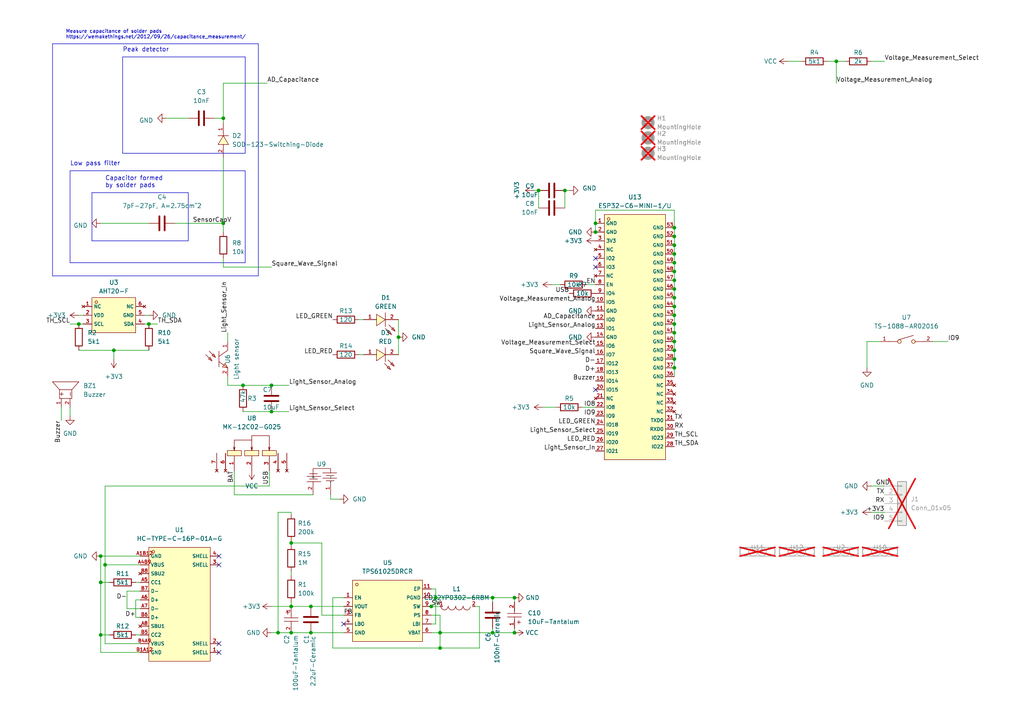
<source format=kicad_sch>
(kicad_sch (version 20230121) (generator eeschema)
  (paper "A4")
  (title_block (title "ES-Plant") (date "2023-05-12") (rev "1.0"))
  (lib_symbols
    (symbol "Connector_Generic:Conn_01x05" (pin_names (offset 1.016) hide)
      (property "Reference" "J" (at 0 7.62 0))
      (property "Value" "Conn_01x05" (at 0 -7.62 0))
      (symbol "Conn_01x05_1_1"
        (rectangle (start -1.27 -4.953) (end 0 -5.207) (stroke (width 0.1524)))
        (rectangle (start -1.27 -2.413) (end 0 -2.667) (stroke (width 0.1524)))
        (rectangle (start -1.27 0.127) (end 0 -0.127) (stroke (width 0.1524)))
        (rectangle (start -1.27 2.667) (end 0 2.413) (stroke (width 0.1524)))
        (rectangle (start -1.27 5.207) (end 0 4.953) (stroke (width 0.1524)))
        (rectangle (start -1.27 6.35) (end 1.27 -6.35) (stroke (width 0.254)) (fill (type background)))
        (pin passive line (at -5.08 5.08 0) (length 3.81) (name "Pin_1") (number "1"))
        (pin passive line (at -5.08 2.54 0) (length 3.81) (name "Pin_2") (number "2"))
        (pin passive line (at -5.08 0 0) (length 3.81) (name "Pin_3") (number "3"))
        (pin passive line (at -5.08 -2.54 0) (length 3.81) (name "Pin_4") (number "4"))
        (pin passive line (at -5.08 -5.08 0) (length 3.81) (name "Pin_5") (number "5"))
      )
    )
    (symbol "Custom_Parts:AAA_Battery-Spring"
      (property "Reference" "U" (at 0 0 0))
      (symbol "AAA_Battery-Spring_0_1"
        (polyline (pts (xy 0 0.254) (xy 0 4.318)))
        (polyline (pts (xy 0.254 -1.27) (xy 0.254 -3.556)))
        (polyline (pts (xy 0.762 1.27) (xy 0.762 3.556)))
        (polyline (pts (xy 1.016 -0.254) (xy 1.016 -4.318)))
        (polyline (pts (xy 1.524 0.254) (xy 1.524 4.318)))
        (polyline (pts (xy 1.778 -1.27) (xy 1.778 -3.556)))
        (polyline (pts (xy 2.286 1.27) (xy 2.286 3.556)))
        (polyline (pts (xy 2.54 -0.254) (xy 2.54 -4.318)))
        (polyline (pts (xy 2.54 -2.54) (xy 3.81 -2.54) (xy 3.81 2.54) (xy 1.27 2.54)))
      )
      (symbol "AAA_Battery-Spring_1_1"
        (pin power_out line (at -3.81 -2.54 0) (length 3.81) (name "-") (number "1"))
        (pin power_out line (at -3.81 2.54 0) (length 3.81) (name "+") (number "2"))
      )
    )
    (symbol "Custom_Parts:AHT20-F"
      (property "Reference" "U" (at 0 1.27 0))
      (property "Value" "AHT20-F" (at 0 -2.54 0))
      (symbol "AHT20-F_0_1"
        (rectangle (start -6.35 5.08) (end 6.35 -5.08) (fill (type background)))
        (circle (center -5.08 3.81) (radius 0.381) (fill (type background)))
        (pin no_connect line (at -8.89 2.54 0) (length 2.54) (name "NC") (number "1"))
        (pin power_in line (at -8.89 0 0) (length 2.54) (name "VDD") (number "2"))
        (pin bidirectional line (at -8.89 -2.54 0) (length 2.54) (name "SCL") (number "3"))
        (pin bidirectional line (at 8.89 -2.54 180) (length 2.54) (name "SDA") (number "4"))
        (pin power_in line (at 8.89 0 180) (length 2.54) (name "GND") (number "5"))
        (pin no_connect line (at 8.89 2.54 180) (length 2.54) (name "NC") (number "6"))
      )
    )
    (symbol "Custom_Parts:ALS-PT19-315C_Light_Sensor" (pin_names hide)
      (property "Reference" "U" (at 0 1.27 0))
      (property "Value" "ALS-PT19-315C_Light_Sensor" (at 0 -2.54 0))
      (symbol "ALS-PT19-315C_Light_Sensor_0_1"
        (polyline (pts (xy -5.08 1.27) (xy -3.302 -0.508)))
        (polyline (pts (xy -4.064 2.286) (xy -2.286 0.508)))
        (polyline (pts (xy -1.27 -0.762) (xy 1.27 -2.54)))
        (polyline (pts (xy -1.27 2.286) (xy -1.27 -2.286)))
        (polyline (pts (xy 1.27 2.54) (xy -1.27 0.762)))
        (polyline (pts (xy -3.302 -0.508) (xy -3.81 0.508) (xy -4.318 0) (xy -3.302 -0.508)) (fill (type background)))
        (polyline (pts (xy -2.286 0.508) (xy -2.794 1.524) (xy -3.302 1.016) (xy -2.286 0.508)) (fill (type background)))
        (polyline (pts (xy 1.27 -2.54) (xy 0.508 -1.27) (xy -0.254 -2.286) (xy 1.27 -2.54)) (fill (type background)))
      )
      (symbol "ALS-PT19-315C_Light_Sensor_1_1"
        (pin passive line (at 1.27 5.08 270) (length 2.54) (name "C") (number "1"))
        (pin passive line (at 1.27 -5.08 90) (length 2.54) (name "E") (number "2"))
      )
    )
    (symbol "Custom_Parts:Buzzer" (pin_names hide)
      (property "Reference" "B" (at 0 1.27 0))
      (property "Value" "Buzzer" (at 0 -2.54 0))
      (symbol "Buzzer_0_1"
        (polyline (pts (xy -1.27 -1.778) (xy 1.27 -1.778)))
        (polyline (pts (xy -1.27 1.778) (xy -1.27 -1.778)))
        (polyline (pts (xy -1.27 1.778) (xy 1.27 1.778)))
        (polyline (pts (xy 1.27 -1.778) (xy 3.556 -3.81)))
        (polyline (pts (xy 1.27 1.778) (xy 1.27 -1.778)))
        (polyline (pts (xy 3.556 3.81) (xy 1.27 1.778)))
        (polyline (pts (xy 3.556 3.81) (xy 3.556 -3.81)))
        (pin input line (at -3.81 1.27 0) (length 2.54) (name "+") (number "1"))
        (pin power_in line (at -3.81 -1.27 0) (length 2.54) (name "2") (number "2"))
      )
      (symbol "Buzzer_1_1"
        (text "+" (at 0 1.27 0) (effects (font (size 1.27 1.27))))
        (text "-" (at 0 -1.27 0) (effects (font (size 1.27 1.27))))
      )
    )
    (symbol "Custom_Parts:CD32YP0302-6R8M" (pin_names hide)
      (property "Reference" "L" (at 0 1.27 0))
      (property "Value" "CD32YP0302-6R8M" (at 0 -2.54 0))
      (symbol "CD32YP0302-6R8M_0_1"
        (arc (start -4.8191 0.1177) (mid -3.9277 -1.0091) (end -2.8008 -0.1178))
        (arc (start -2.6644 0.117) (mid -1.773 -1.0097) (end -0.6461 -0.1184))
        (arc (start -0.5138 0.117) (mid 0.3776 -1.0097) (end 1.5045 -0.1184))
        (arc (start 1.679 0.1176) (mid 2.5704 -1.0092) (end 3.6973 -0.1179))
        (pin passive line (at -5.08 0 0) (length 0.762) (name "1") (number "1"))
        (pin passive line (at 5.08 0 180) (length 0.762) (name "2") (number "2"))
      )
    )
    (symbol "Custom_Parts:ESP32-C6-MINI-1-N4"
      (property "Reference" "U" (at 0 1.27 0))
      (property "Value" "ESP32-C6-MINI-1-N4" (at 0 -2.54 0))
      (symbol "ESP32-C6-MINI-1-N4_0_1"
        (rectangle (start -8.89 35.5601) (end 8.89 -35.5601) (fill (type background)))
        (circle (center -7.62 34.2901) (radius 0.381) (fill (type background)))
        (pin bidirectional line (at -11.43 10.16 0) (length 2.54) (name "IO5") (number "10"))
        (pin power_in line (at -11.43 7.62 0) (length 2.54) (name "GND") (number "11"))
        (pin bidirectional line (at -11.43 5.08 0) (length 2.54) (name "IO0") (number "12"))
        (pin bidirectional line (at -11.43 2.54 0) (length 2.54) (name "IO1") (number "13"))
        (pin power_in line (at -11.43 0 0) (length 2.54) (name "GND") (number "14"))
        (pin bidirectional line (at -11.43 -2.54 0) (length 2.54) (name "IO6") (number "15"))
        (pin bidirectional line (at -11.43 -5.08 0) (length 2.54) (name "IO7") (number "16"))
        (pin bidirectional line (at -11.43 -7.62 0) (length 2.54) (name "IO12") (number "17"))
        (pin bidirectional line (at -11.43 -10.16 0) (length 2.54) (name "IO13") (number "18"))
        (pin bidirectional line (at -11.43 -12.7 0) (length 2.54) (name "IO14") (number "19"))
        (pin bidirectional line (at -11.43 -15.24 0) (length 2.54) (name "IO15") (number "20"))
        (pin no_connect line (at -11.43 -17.78 0) (length 2.54) (name "NC") (number "21"))
        (pin bidirectional line (at -11.43 -20.32 0) (length 2.54) (name "IO8") (number "22"))
        (pin bidirectional line (at -11.43 -22.86 0) (length 2.54) (name "IO9") (number "23"))
        (pin bidirectional line (at -11.43 -25.4 0) (length 2.54) (name "IO18") (number "24"))
        (pin bidirectional line (at -11.43 -27.94 0) (length 2.54) (name "IO19") (number "25"))
        (pin bidirectional line (at -11.43 -30.48 0) (length 2.54) (name "IO20") (number "26"))
        (pin bidirectional line (at -11.43 -33.02 0) (length 2.54) (name "IO21") (number "27"))
        (pin bidirectional line (at 11.43 -31.75 180) (length 2.54) (name "IO22") (number "28"))
        (pin bidirectional line (at 11.43 -29.21 180) (length 2.54) (name "IO23") (number "29"))
        (pin bidirectional line (at 11.43 -26.67 180) (length 2.54) (name "RXD0") (number "30"))
        (pin bidirectional line (at 11.43 -24.13 180) (length 2.54) (name "TXD0") (number "31"))
        (pin no_connect line (at 11.43 -21.59 180) (length 2.54) (name "NC") (number "32"))
        (pin no_connect line (at 11.43 -19.05 180) (length 2.54) (name "NC") (number "33"))
        (pin no_connect line (at 11.43 -16.51 180) (length 2.54) (name "NC") (number "34"))
        (pin no_connect line (at 11.43 -13.97 180) (length 2.54) (name "NC") (number "35"))
        (pin power_in line (at 11.43 -11.43 180) (length 2.54) (name "GND") (number "36"))
        (pin power_in line (at 11.43 -8.89 180) (length 2.54) (name "GND") (number "37"))
        (pin power_in line (at 11.43 -6.35 180) (length 2.54) (name "GND") (number "38"))
        (pin power_in line (at 11.43 -3.81 180) (length 2.54) (name "GND") (number "39"))
        (pin power_in line (at 11.43 -1.27 180) (length 2.54) (name "GND") (number "40"))
        (pin power_in line (at 11.43 1.27 180) (length 2.54) (name "GND") (number "41"))
        (pin power_in line (at 11.43 3.81 180) (length 2.54) (name "GND") (number "42"))
        (pin power_in line (at 11.43 6.35 180) (length 2.54) (name "GND") (number "43"))
        (pin power_in line (at 11.43 8.89 180) (length 2.54) (name "GND") (number "44"))
        (pin power_in line (at 11.43 11.43 180) (length 2.54) (name "GND") (number "45"))
        (pin power_in line (at 11.43 13.97 180) (length 2.54) (name "GND") (number "46"))
        (pin power_in line (at 11.43 16.51 180) (length 2.54) (name "GND") (number "47"))
        (pin power_in line (at 11.43 19.05 180) (length 2.54) (name "GND") (number "48"))
        (pin power_in line (at 11.43 21.59 180) (length 2.54) (name "GND") (number "49"))
        (pin bidirectional line (at -11.43 22.86 0) (length 2.54) (name "IO2") (number "5"))
        (pin power_in line (at 11.43 24.13 180) (length 2.54) (name "GND") (number "50"))
        (pin power_in line (at 11.43 26.67 180) (length 2.54) (name "GND") (number "51"))
        (pin power_in line (at 11.43 29.21 180) (length 2.54) (name "GND") (number "52"))
        (pin power_in line (at 11.43 31.75 180) (length 2.54) (name "GND") (number "53"))
        (pin bidirectional line (at -11.43 20.32 0) (length 2.54) (name "IO3") (number "6"))
        (pin no_connect line (at -11.43 17.78 0) (length 2.54) (name "NC") (number "7"))
        (pin input line (at -11.43 15.24 0) (length 2.54) (name "EN") (number "8"))
        (pin bidirectional line (at -11.43 12.7 0) (length 2.54) (name "IO4") (number "9"))
      )
      (symbol "ESP32-C6-MINI-1-N4_1_1"
        (pin power_in line (at -11.43 33.02 0) (length 2.54) (name "GND") (number "1"))
        (pin power_in line (at -11.43 30.48 0) (length 2.54) (name "GND") (number "2"))
        (pin power_in line (at -11.43 27.94 0) (length 2.54) (name "3V3") (number "3"))
        (pin no_connect line (at -11.43 25.4 0) (length 2.54) (name "NC") (number "4"))
      )
    )
    (symbol "Custom_Parts:HC-TYPE-C-16P-01A-G"
      (property "Reference" "U" (at 0 1.27 0))
      (property "Value" "HC-TYPE-C-16P-01A-G" (at 0 -2.54 0))
      (symbol "HC-TYPE-C-16P-01A-G_0_1"
        (rectangle (start -10.16 17.78) (end 7.62 -15.24) (fill (type background)))
        (circle (center -8.89 16.51) (radius 0.381) (fill (type background)))
        (pin passive line (at 10.16 -12.7 180) (length 2.54) (name "SHELL") (number "1"))
        (pin passive line (at 10.16 -10.16 180) (length 2.54) (name "SHELL") (number "2"))
        (pin passive line (at 10.16 12.7 180) (length 2.54) (name "SHELL") (number "3"))
        (pin passive line (at 10.16 15.24 180) (length 2.54) (name "SHELL") (number "4"))
        (pin power_out line (at -12.7 15.24 0) (length 2.54) (name "GND") (number "A1B12"))
        (pin power_out line (at -12.7 12.7 0) (length 2.54) (name "VBUS") (number "A4B9"))
        (pin passive line (at -12.7 7.62 0) (length 2.54) (name "CC1") (number "A5"))
        (pin bidirectional line (at -12.7 2.54 0) (length 2.54) (name "D+") (number "A6"))
        (pin bidirectional line (at -12.7 0 0) (length 2.54) (name "D-") (number "A7"))
        (pin no_connect line (at -12.7 -5.08 0) (length 2.54) (name "SBU1") (number "A8"))
        (pin power_in line (at -12.7 -12.7 0) (length 2.54) (name "GND") (number "B1A12"))
        (pin power_in line (at -12.7 -10.16 0) (length 2.54) (name "VBUS") (number "B4A9"))
        (pin passive line (at -12.7 -7.62 0) (length 2.54) (name "CC2") (number "B5"))
        (pin bidirectional line (at -12.7 -2.54 0) (length 2.54) (name "D+") (number "B6"))
        (pin bidirectional line (at -12.7 5.08 0) (length 2.54) (name "D-") (number "B7"))
        (pin no_connect line (at -12.7 10.16 0) (length 2.54) (name "SBU2") (number "B8"))
      )
    )
    (symbol "Custom_Parts:Led_Green" (pin_names hide)
      (property "Reference" "LED" (at 0 1.27 0))
      (property "Value" "Led_Green" (at 0 -2.54 0))
      (symbol "Led_Green_0_1"
        (polyline (pts (xy -2.286 1.524) (xy -4.064 3.302)))
        (polyline (pts (xy -1.27 2.032) (xy -1.27 -2.032)))
        (polyline (pts (xy -1.27 2.54) (xy -3.048 4.318)))
        (polyline (pts (xy -4.064 3.302) (xy -3.048 2.794) (xy -3.556 2.286) (xy -4.064 3.302)) (fill (type background)))
        (polyline (pts (xy -3.048 4.318) (xy -2.032 3.81) (xy -2.54 3.302) (xy -3.048 4.318)) (fill (type background)))
        (polyline (pts (xy 1.27 -1.524) (xy -1.27 0) (xy 1.27 1.778) (xy 1.27 -1.524)) (fill (type background)))
      )
      (symbol "Led_Green_1_1"
        (pin passive line (at 5.08 0 180) (length 3.81) (name "A") (number "1"))
        (pin passive line (at -5.08 0 0) (length 3.81) (name "K") (number "2"))
      )
    )
    (symbol "Custom_Parts:Led_Red" (pin_names hide)
      (property "Reference" "LED" (at 0 1.27 0))
      (property "Value" "Led_Red" (at 0 -2.54 0))
      (symbol "Led_Red_0_1"
        (polyline (pts (xy -2.032 1.524) (xy -3.81 3.302)))
        (polyline (pts (xy -1.27 2.032) (xy -1.27 -2.032)))
        (polyline (pts (xy -1.016 2.54) (xy -2.794 4.318)))
        (polyline (pts (xy -3.81 3.302) (xy -2.794 2.794) (xy -3.302 2.286) (xy -3.81 3.302)) (fill (type background)))
        (polyline (pts (xy -2.794 4.318) (xy -1.778 3.81) (xy -2.286 3.302) (xy -2.794 4.318)) (fill (type background)))
        (polyline (pts (xy 1.27 -1.524) (xy -1.27 0) (xy 1.27 1.778) (xy 1.27 -1.524)) (fill (type background)))
        (pin passive line (at 5.08 0 180) (length 3.81) (name "+") (number "1"))
        (pin passive line (at -5.08 0 0) (length 3.81) (name "-") (number "2"))
      )
    )
    (symbol "Custom_Parts:MK-12C02-G025" (pin_names hide)
      (property "Reference" "U" (at 0 1.27 0))
      (property "Value" "MK-12C02-G025" (at 0 -2.54 0))
      (symbol "MK-12C02-G025_0_1"
        (rectangle (start -7.112 0.762) (end -3.048 -0.762) (fill (type background)))
        (rectangle (start -2.032 0.762) (end 2.032 -0.762) (fill (type background)))
        (polyline (pts (xy -5.08 0.762) (xy -5.334 1.778)))
        (polyline (pts (xy 0 0.762) (xy -0.254 1.778)))
        (polyline (pts (xy 5.08 0.762) (xy 4.826 1.778)))
        (polyline (pts (xy 5.08 0.762) (xy 5.334 1.778)))
        (polyline (pts (xy 0 3.81) (xy -5.08 3.81) (xy -5.08 0.762) (xy -4.826 1.778)))
        (polyline (pts (xy 5.08 0.762) (xy 5.08 5.08) (xy 0 5.08) (xy 0 0.762) (xy 0.254 1.778)))
        (rectangle (start 3.048 0.762) (end 7.112 -0.762) (fill (type background)))
        (pin no_connect line (at 7.62 -5.08 90) (length 5.08) (name "4") (number "4"))
        (pin no_connect line (at 10.16 -5.08 90) (length 5.08) (name "5") (number "5"))
        (pin no_connect line (at -7.62 -5.08 90) (length 5.08) (name "6") (number "6"))
        (pin no_connect line (at -10.16 -5.08 90) (length 5.08) (name "7") (number "7"))
      )
      (symbol "MK-12C02-G025_1_1"
        (pin power_in line (at -5.08 -5.08 90) (length 4.318) (name "1") (number "1"))
        (pin power_out line (at 0 -5.08 90) (length 4.318) (name "2") (number "2"))
        (pin power_in line (at 5.08 -5.08 90) (length 4.318) (name "3") (number "3"))
      )
    )
    (symbol "Custom_Parts:MouseBite5mm"
      (property "Reference" "U" (at 0 0 0))
      (symbol "MouseBite5mm_0_1"
        (rectangle (start -5.08 1.27) (end 5.08 -1.27))
        (circle (center -3.81 0) (radius 1.27))
        (circle (center -1.27 0) (radius 1.27))
        (circle (center 1.27 0) (radius 1.27))
        (circle (center 3.81 0) (radius 1.27))
      )
    )
    (symbol "Custom_Parts:SOD-123-Switching-Diode" (pin_names hide)
      (property "Reference" "U" (at 0 1.27 0))
      (property "Value" "SOD-123-Switching-Diode" (at 0 -2.54 0))
      (symbol "SOD-123-Switching-Diode_0_1"
        (polyline (pts (xy -1.27 -1.524) (xy -1.27 1.524)))
        (polyline (pts (xy 1.27 1.524) (xy -1.27 0) (xy 1.27 -1.524) (xy 1.27 1.524)) (fill (type background)))
      )
      (symbol "SOD-123-Switching-Diode_1_1"
        (pin passive line (at -5.08 0 0) (length 3.81) (name "K") (number "1"))
        (pin passive line (at 5.08 0 180) (length 3.81) (name "A") (number "2"))
      )
    )
    (symbol "Custom_Parts:TAJA106K016RNJ" (pin_names hide)
      (property "Reference" "C" (at 0 1.27 0))
      (property "Value" "TAJA106K016RNJ" (at 0 -2.54 0))
      (symbol "TAJA106K016RNJ_0_1"
        (polyline (pts (xy -0.508 -2.032) (xy -0.508 2.032)))
        (polyline (pts (xy -0.508 0) (xy -1.27 0)))
        (polyline (pts (xy 0.508 -2.032) (xy 0.508 2.032)))
        (polyline (pts (xy 1.27 0) (xy 0.508 0)))
        (polyline (pts (xy 1.524 1.27) (xy 2.54 1.27)))
        (polyline (pts (xy 2.032 1.778) (xy 2.032 0.762)))
        (pin input line (at 3.81 0 180) (length 2.54) (name "1") (number "1"))
        (pin input line (at -3.81 0 0) (length 2.54) (name "2") (number "2"))
      )
    )
    (symbol "Custom_Parts:TAJB107K006RNJ" (pin_names hide)
      (property "Reference" "C" (at 0 1.27 0))
      (property "Value" "TAJB107K006RNJ" (at 0 -2.54 0))
      (symbol "TAJB107K006RNJ_0_1"
        (polyline (pts (xy -0.508 0) (xy -1.27 0)))
        (polyline (pts (xy -0.508 2.032) (xy -0.508 -2.032)))
        (polyline (pts (xy 0.508 2.032) (xy 0.508 -2.032)))
        (polyline (pts (xy 1.27 0) (xy 0.508 0)))
        (polyline (pts (xy 2.032 1.524) (xy 2.032 0.508)))
        (polyline (pts (xy 2.54 1.016) (xy 1.524 1.016)))
        (pin input line (at 3.81 0 180) (length 2.54) (name "1") (number "1"))
        (pin input line (at -3.81 0 0) (length 2.54) (name "2") (number "2"))
      )
    )
    (symbol "Custom_Parts:TPS61025DRCR"
      (property "Reference" "U" (at 0 1.27 0))
      (property "Value" "TPS61025DRCR" (at 0 -2.54 0))
      (symbol "TPS61025DRCR_0_1"
        (rectangle (start -10.16 7.62) (end 10.16 -10.16) (fill (type background)))
        (circle (center -8.89 6.35) (radius 0.381) (fill (type background)))
        (pin input line (at -12.7 2.54 0) (length 2.54) (name "EN") (number "1"))
        (pin power_in line (at 12.7 2.54 180) (length 2.54) (name "PGND") (number "10"))
        (pin passive line (at 12.7 5.08 180) (length 2.54) (name "EP") (number "11"))
        (pin power_out line (at -12.7 0 0) (length 2.54) (name "VOUT") (number "2"))
        (pin passive line (at -12.7 -2.54 0) (length 2.54) (name "FB") (number "3"))
        (pin passive line (at -12.7 -5.08 0) (length 2.54) (name "LBO") (number "4"))
        (pin power_in line (at -12.7 -7.62 0) (length 2.54) (name "GND") (number "5"))
        (pin power_in line (at 12.7 -7.62 180) (length 2.54) (name "VBAT") (number "6"))
        (pin passive line (at 12.7 -5.08 180) (length 2.54) (name "LBI") (number "7"))
        (pin input line (at 12.7 -2.54 180) (length 2.54) (name "PS") (number "8"))
        (pin input line (at 12.7 0 180) (length 2.54) (name "SW") (number "9"))
      )
    )
    (symbol "Custom_Parts:TS-1088-AR02016" (pin_names hide)
      (property "Reference" "U" (at 0 1.27 0))
      (property "Value" "TS-1088-AR02016" (at 0 -2.54 0))
      (symbol "TS-1088-AR02016_0_1"
        (circle (center -2.032 0) (radius 0.508) (fill (type background)))
        (polyline (pts (xy -5.08 0) (xy -2.54 0)))
        (polyline (pts (xy -2.286 0.508) (xy 2.032 1.778)))
        (polyline (pts (xy 5.08 0) (xy 2.54 0)))
        (circle (center 2.032 0) (radius 0.508) (fill (type background)))
        (pin passive line (at -7.62 0 0) (length 2.54) (name "1") (number "1"))
        (pin passive line (at 7.62 0 180) (length 2.54) (name "2") (number "2"))
      )
    )
    (symbol "Device:C" (pin_numbers hide) (pin_names (offset 0.254))
      (property "Reference" "C" (at 0.635 2.54 0))
      (property "Value" "C" (at 0.635 -2.54 0))
      (symbol "C_0_1"
        (polyline (pts (xy -2.032 -0.762) (xy 2.032 -0.762)) (stroke (width 0.508)))
        (polyline (pts (xy -2.032 0.762) (xy 2.032 0.762)) (stroke (width 0.508)))
      )
      (symbol "C_1_1"
        (pin passive line (at 0 3.81 270) (length 2.794) (name "~") (number "1"))
        (pin passive line (at 0 -3.81 90) (length 2.794) (name "~") (number "2"))
      )
    )
    (symbol "Device:R" (pin_numbers hide) (pin_names (offset 0))
      (property "Reference" "R" (at 2.032 0 90))
      (property "Value" "R" (at 0 0 90))
      (symbol "R_0_1"
        (rectangle (start -1.016 -2.54) (end 1.016 2.54) (stroke (width 0.254)))
      )
      (symbol "R_1_1"
        (pin passive line (at 0 3.81 270) (length 1.27) (name "~") (number "1"))
        (pin passive line (at 0 -3.81 90) (length 1.27) (name "~") (number "2"))
      )
    )
    (symbol "Mechanical:MountingHole" (pin_names (offset 1.016))
      (property "Reference" "H" (at 0 5.08 0))
      (property "Value" "MountingHole" (at 0 3.175 0))
      (symbol "MountingHole_0_1"
        (circle (center 0 0) (radius 1.27) (stroke (width 1.27)))
      )
    )
    (symbol "power:+3V3" (power) (pin_names (offset 0))
      (property "Value" "+3V3" (at 0 3.556 0))
      (symbol "+3V3_0_1"
        (polyline (pts (xy -0.762 1.27) (xy 0 2.54)))
        (polyline (pts (xy 0 0) (xy 0 2.54)))
        (polyline (pts (xy 0 2.54) (xy 0.762 1.27)))
      )
      (symbol "+3V3_1_1"
        (pin power_in line (at 0 0 90) (length 0) hide (name "+3V3") (number "1"))
      )
    )
    (symbol "power:GND" (power) (pin_names (offset 0))
      (property "Value" "GND" (at 0 -3.81 0))
      (symbol "GND_0_1"
        (polyline (pts (xy 0 0) (xy 0 -1.27) (xy 1.27 -1.27) (xy 0 -2.54) (xy -1.27 -1.27) (xy 0 -1.27)))
      )
      (symbol "GND_1_1"
        (pin power_in line (at 0 0 270) (length 0) hide (name "GND") (number "1"))
      )
    )
    (symbol "power:VCC" (power) (pin_names (offset 0))
      (property "Value" "VCC" (at 0 3.81 0))
      (symbol "VCC_0_1"
        (polyline (pts (xy -0.762 1.27) (xy 0 2.54)))
        (polyline (pts (xy 0 0) (xy 0 2.54)))
        (polyline (pts (xy 0 2.54) (xy 0.762 1.27)))
      )
      (symbol "VCC_1_1"
        (pin power_in line (at 0 0 90) (length 0) hide (name "VCC") (number "1"))
      )
    )
  )
  (junction (at 195.58 81.28))
  (junction (at 195.58 101.6))
  (junction (at 195.58 83.82))
  (junction (at 149.225 183.515))
  (junction (at 242.57 17.78))
  (junction (at 115.57 97.79))
  (junction (at 126.365 173.355))
  (junction (at 142.875 173.355))
  (junction (at 90.17 183.515))
  (junction (at 195.58 93.98))
  (junction (at 33.02 101.6))
  (junction (at 195.58 68.58))
  (junction (at 78.74 111.76))
  (junction (at 163.83 55.245))
  (junction (at 195.58 91.44))
  (junction (at 125.095 175.895))
  (junction (at 78.74 119.38))
  (junction (at 195.58 71.12))
  (junction (at 195.58 86.36))
  (junction (at 142.875 183.515))
  (junction (at 43.18 93.98))
  (junction (at 30.48 163.83))
  (junction (at 195.58 88.9))
  (junction (at 195.58 66.04))
  (junction (at 195.58 78.74))
  (junction (at 195.58 73.66))
  (junction (at 195.58 96.52))
  (junction (at 84.455 183.515))
  (junction (at 90.17 175.895))
  (junction (at 195.58 106.68))
  (junction (at 84.455 175.895))
  (junction (at 156.21 55.245))
  (junction (at 84.455 157.48))
  (junction (at 80.645 183.515))
  (junction (at 195.58 104.14))
  (junction (at 22.86 93.98))
  (junction (at 64.77 64.77))
  (junction (at 29.21 184.15))
  (junction (at 127.635 187.96))
  (junction (at 172.72 64.77))
  (junction (at 29.21 168.91))
  (junction (at 172.72 67.31))
  (junction (at 64.77 34.29))
  (junction (at 195.58 76.2))
  (junction (at 195.58 99.06))
  (junction (at 149.225 173.355))
  (junction (at 70.485 111.76))
  (junction (at 29.21 161.29))
  (junction (at 127.635 183.515))
  (no_connect (at 63.5 163.83))
  (no_connect (at 63.5 161.29))
  (no_connect (at 99.695 180.975))
  (no_connect (at 63.5 186.69))
  (no_connect (at 63.5 189.23))
  (no_connect (at 172.72 77.47))
  (no_connect (at 172.72 74.93))
  (no_connect (at 172.72 113.03))
  (wire (pts (xy 29.21 184.15) (xy 29.21 189.23)))
  (wire (pts (xy 137.795 175.895) (xy 139.065 175.895)))
  (wire (pts (xy 126.365 170.815) (xy 126.365 173.355)))
  (wire (pts (xy 66.04 109.22) (xy 66.04 111.76)))
  (wire (pts (xy 104.14 92.71) (xy 105.41 92.71)))
  (wire (pts (xy 195.58 96.52) (xy 195.58 99.06)))
  (wire (pts (xy 30.48 186.69) (xy 40.64 186.69)))
  (polyline (pts (xy 20.32 76.2) (xy 71.12 76.2)))
  (polyline (pts (xy 26.67 55.88) (xy 26.67 69.85)))
  (wire (pts (xy 162.56 82.55) (xy 160.02 82.55)))
  (wire (pts (xy 29.21 168.91) (xy 29.21 184.15)))
  (wire (pts (xy 195.58 91.44) (xy 195.58 93.98)))
  (wire (pts (xy 195.58 60.96) (xy 195.58 66.04)))
  (wire (pts (xy 84.455 165.735) (xy 84.455 167.005)))
  (polyline (pts (xy 54.61 69.85) (xy 54.61 55.88)))
  (wire (pts (xy 195.58 99.06) (xy 195.58 101.6)))
  (wire (pts (xy 195.58 78.74) (xy 195.58 81.28)))
  (wire (pts (xy 240.03 17.78) (xy 242.57 17.78)))
  (wire (pts (xy 228.6 17.78) (xy 232.41 17.78)))
  (wire (pts (xy 33.02 101.6) (xy 43.18 101.6)))
  (wire (pts (xy 172.72 64.77) (xy 172.72 60.96)))
  (wire (pts (xy 78.74 119.38) (xy 83.82 119.38)))
  (wire (pts (xy 125.095 173.355) (xy 126.365 173.355)))
  (wire (pts (xy 104.14 102.87) (xy 105.41 102.87)))
  (wire (pts (xy 195.58 68.58) (xy 195.58 71.12)))
  (polyline (pts (xy 15.24 12.7) (xy 74.93 12.7)))
  (wire (pts (xy 48.26 34.29) (xy 54.61 34.29)))
  (wire (pts (xy 22.86 93.98) (xy 24.13 93.98)))
  (wire (pts (xy 96.52 173.355) (xy 96.52 187.96)))
  (wire (pts (xy 195.58 106.68) (xy 195.58 109.22)))
  (wire (pts (xy 43.18 93.98) (xy 41.91 93.98)))
  (wire (pts (xy 142.875 182.245) (xy 142.875 183.515)))
  (wire (pts (xy 64.77 74.93) (xy 64.77 77.47)))
  (wire (pts (xy 40.64 171.45) (xy 36.83 171.45)))
  (wire (pts (xy 29.21 184.15) (xy 31.75 184.15)))
  (wire (pts (xy 40.64 163.83) (xy 30.48 163.83)))
  (wire (pts (xy 50.8 64.77) (xy 64.77 64.77)))
  (wire (pts (xy 67.945 143.51) (xy 67.945 136.525)))
  (wire (pts (xy 22.86 91.44) (xy 24.13 91.44)))
  (wire (pts (xy 84.455 149.225) (xy 84.455 148.59)))
  (wire (pts (xy 70.485 111.76) (xy 78.74 111.76)))
  (wire (pts (xy 29.21 161.29) (xy 29.21 168.91)))
  (wire (pts (xy 64.77 24.13) (xy 77.47 24.13)))
  (wire (pts (xy 30.48 140.97) (xy 78.105 140.97)))
  (wire (pts (xy 66.04 111.76) (xy 70.485 111.76)))
  (wire (pts (xy 78.74 183.515) (xy 80.645 183.515)))
  (wire (pts (xy 67.945 143.51) (xy 90.805 143.51)))
  (wire (pts (xy 252.73 140.97) (xy 256.54 140.97)))
  (wire (pts (xy 163.83 55.245) (xy 163.83 60.325)))
  (wire (pts (xy 195.58 86.36) (xy 195.58 88.9)))
  (wire (pts (xy 99.695 178.435) (xy 93.345 178.435)))
  (wire (pts (xy 195.58 71.12) (xy 195.58 73.66)))
  (wire (pts (xy 195.58 83.82) (xy 195.58 86.36)))
  (polyline (pts (xy 15.24 80.01) (xy 74.93 80.01)))
  (wire (pts (xy 39.37 173.99) (xy 40.64 173.99)))
  (wire (pts (xy 90.17 183.515) (xy 99.695 183.515)))
  (wire (pts (xy 39.37 184.15) (xy 40.64 184.15)))
  (wire (pts (xy 95.885 144.78) (xy 95.885 143.51)))
  (wire (pts (xy 84.455 175.895) (xy 90.17 175.895)))
  (wire (pts (xy 39.37 168.91) (xy 40.64 168.91)))
  (wire (pts (xy 251.46 99.06) (xy 251.46 106.68)))
  (wire (pts (xy 78.74 175.895) (xy 84.455 175.895)))
  (wire (pts (xy 195.58 88.9) (xy 195.58 91.44)))
  (wire (pts (xy 41.91 91.44) (xy 43.18 91.44)))
  (wire (pts (xy 36.83 176.53) (xy 40.64 176.53)))
  (wire (pts (xy 172.72 64.77) (xy 172.72 67.31)))
  (wire (pts (xy 78.105 136.525) (xy 78.105 140.97)))
  (wire (pts (xy 195.58 93.98) (xy 195.58 96.52)))
  (wire (pts (xy 84.455 157.48) (xy 93.345 157.48)))
  (wire (pts (xy 149.225 183.515) (xy 149.225 182.245)))
  (wire (pts (xy 17.78 118.11) (xy 17.78 121.92)))
  (wire (pts (xy 124.46 175.895) (xy 125.095 175.895)))
  (wire (pts (xy 252.73 17.78) (xy 256.54 17.78)))
  (wire (pts (xy 95.885 144.78) (xy 98.425 144.78)))
  (wire (pts (xy 84.455 183.515) (xy 90.17 183.515)))
  (wire (pts (xy 139.065 175.895) (xy 139.065 187.96)))
  (wire (pts (xy 99.695 173.355) (xy 96.52 173.355)))
  (wire (pts (xy 115.57 97.79) (xy 115.57 102.87)))
  (wire (pts (xy 29.21 64.77) (xy 43.18 64.77)))
  (wire (pts (xy 242.57 17.78) (xy 242.57 24.13)))
  (wire (pts (xy 20.32 118.11) (xy 20.32 120.65)))
  (polyline (pts (xy 20.32 49.53) (xy 71.12 49.53)))
  (wire (pts (xy 165.1 55.245) (xy 163.83 55.245)))
  (wire (pts (xy 252.73 148.59) (xy 256.54 148.59)))
  (wire (pts (xy 195.58 81.28) (xy 195.58 83.82)))
  (wire (pts (xy 64.77 77.47) (xy 78.74 77.47)))
  (wire (pts (xy 29.21 168.91) (xy 31.75 168.91)))
  (wire (pts (xy 84.455 157.48) (xy 84.455 158.115)))
  (wire (pts (xy 29.21 189.23) (xy 40.64 189.23)))
  (wire (pts (xy 127.635 187.96) (xy 127.635 183.515)))
  (polyline (pts (xy 15.24 80.01) (xy 15.24 12.7)))
  (wire (pts (xy 64.77 24.13) (xy 64.77 34.29)))
  (wire (pts (xy 195.58 66.04) (xy 195.58 68.58)))
  (wire (pts (xy 96.52 187.96) (xy 127.635 187.96)))
  (wire (pts (xy 172.72 118.11) (xy 168.91 118.11)))
  (wire (pts (xy 90.17 175.895) (xy 99.695 175.895)))
  (wire (pts (xy 20.32 93.98) (xy 22.86 93.98)))
  (wire (pts (xy 195.58 76.2) (xy 195.58 78.74)))
  (polyline (pts (xy 26.67 55.88) (xy 54.61 55.88)))
  (wire (pts (xy 33.02 101.6) (xy 33.02 104.14)))
  (polyline (pts (xy 20.32 49.53) (xy 20.32 76.2)))
  (wire (pts (xy 40.64 161.29) (xy 29.21 161.29)))
  (wire (pts (xy 172.72 82.55) (xy 170.18 82.55)))
  (wire (pts (xy 126.365 180.975) (xy 126.365 173.355)))
  (wire (pts (xy 62.23 34.29) (xy 64.77 34.29)))
  (wire (pts (xy 84.455 174.625) (xy 84.455 175.895)))
  (polyline (pts (xy 26.67 69.85) (xy 54.61 69.85)))
  (polyline (pts (xy 35.56 44.45) (xy 71.12 44.45)))
  (polyline (pts (xy 35.56 16.51) (xy 35.56 44.45)))
  (wire (pts (xy 64.77 67.31) (xy 64.77 64.77)))
  (wire (pts (xy 93.345 178.435) (xy 93.345 157.48)))
  (wire (pts (xy 36.83 171.45) (xy 36.83 176.53)))
  (wire (pts (xy 195.58 73.66) (xy 195.58 76.2)))
  (wire (pts (xy 64.77 34.29) (xy 64.77 35.56)))
  (wire (pts (xy 115.57 92.71) (xy 115.57 97.79)))
  (wire (pts (xy 127.635 183.515) (xy 142.875 183.515)))
  (wire (pts (xy 127.635 183.515) (xy 125.095 183.515)))
  (wire (pts (xy 172.72 60.96) (xy 195.58 60.96)))
  (wire (pts (xy 149.225 173.355) (xy 149.225 174.625)))
  (wire (pts (xy 30.48 163.83) (xy 30.48 186.69)))
  (wire (pts (xy 125.095 180.975) (xy 126.365 180.975)))
  (wire (pts (xy 80.645 183.515) (xy 84.455 183.515)))
  (wire (pts (xy 84.455 156.845) (xy 84.455 157.48)))
  (wire (pts (xy 66.04 96.52) (xy 66.04 99.06)))
  (wire (pts (xy 30.48 163.83) (xy 30.48 140.97)))
  (wire (pts (xy 125.095 170.815) (xy 126.365 170.815)))
  (wire (pts (xy 78.74 111.76) (xy 83.82 111.76)))
  (wire (pts (xy 142.875 173.355) (xy 142.875 174.625)))
  (wire (pts (xy 40.64 179.07) (xy 39.37 179.07)))
  (wire (pts (xy 64.77 45.72) (xy 64.77 64.77)))
  (wire (pts (xy 84.455 148.59) (xy 80.645 148.59)))
  (wire (pts (xy 251.46 99.06) (xy 255.27 99.06)))
  (wire (pts (xy 39.37 179.07) (xy 39.37 173.99)))
  (wire (pts (xy 242.57 17.78) (xy 245.11 17.78)))
  (wire (pts (xy 161.29 118.11) (xy 157.48 118.11)))
  (wire (pts (xy 80.645 148.59) (xy 80.645 183.515)))
  (wire (pts (xy 139.065 187.96) (xy 127.635 187.96)))
  (polyline (pts (xy 71.12 16.51) (xy 35.56 16.51)))
  (wire (pts (xy 22.86 101.6) (xy 33.02 101.6)))
  (wire (pts (xy 142.875 183.515) (xy 149.225 183.515)))
  (wire (pts (xy 195.58 104.14) (xy 195.58 106.68)))
  (polyline (pts (xy 71.12 76.2) (xy 71.12 49.53)))
  (wire (pts (xy 156.21 55.245) (xy 156.21 60.325)))
  (wire (pts (xy 126.365 173.355) (xy 142.875 173.355)))
  (polyline (pts (xy 71.12 16.51) (xy 71.12 44.45)))
  (wire (pts (xy 127.635 178.435) (xy 127.635 183.515)))
  (wire (pts (xy 125.095 175.895) (xy 127.635 175.895)))
  (wire (pts (xy 45.72 93.98) (xy 43.18 93.98)))
  (polyline (pts (xy 74.93 12.7) (xy 74.93 80.01)))
  (wire (pts (xy 142.875 173.355) (xy 149.225 173.355)))
  (wire (pts (xy 195.58 101.6) (xy 195.58 104.14)))
  (wire (pts (xy 70.485 119.38) (xy 78.74 119.38)))
  (wire (pts (xy 154.94 55.245) (xy 156.21 55.245)))
  (wire (pts (xy 270.51 99.06) (xy 274.955 99.06)))
  (wire (pts (xy 125.095 178.435) (xy 127.635 178.435)))
  (text "Capacitor formed\nby solder pads" (at 30.48 54.61 0) (effects (font (size 1.27 1.27)) (justify left bottom)))
  (text "Measure capacitance of solder pads\nhttps://wemakethings.net/2012/09/26/capacitance_measurement/" (at 19.05 11.43 0) (effects (font (size 1 1)) (justify left bottom)))
  (text "Peak detector" (at 35.56 15.24 0) (effects (font (size 1.27 1.27)) (justify left bottom)))
  (text "Low pass filter" (at 20.32 48.26 0) (effects (font (size 1.27 1.27)) (justify left bottom)))
  (label "LED_RED" (at 172.72 128.27 180))
  (label "FB" (at 99.695 178.435 0))
  (label "TH_SCL" (at 20.32 93.98 180))
  (label "AD_Capacitance" (at 77.47 24.13 0))
  (label "LED_RED" (at 96.52 102.87 180))
  (label "IO9" (at 274.955 99.06 0))
  (label "USB" (at 78.105 136.525 270))
  (label "RX" (at 195.58 124.46 0))
  (label "D+" (at 39.37 179.07 180))
  (label "Buzzer" (at 172.72 110.49 180))
  (label "RX" (at 256.54 146.05 180))
  (label "D-" (at 172.72 105.41 180))
  (label "EN" (at 172.72 82.55 180))
  (label "Light_Sensor_In" (at 172.72 130.81 180))
  (label "Light_Sensor_Analog" (at 172.72 95.25 180))
  (label "+3V3" (at 256.54 148.59 180))
  (label "D-" (at 36.83 173.99 180))
  (label "TH_SCL" (at 195.58 127 0))
  (label "Square_Wave_Signal" (at 172.72 102.87 180))
  (label "IO9" (at 172.72 120.65 180))
  (label "LED_GREEN" (at 96.52 92.71 180))
  (label "SensorCapV" (at 55.88 64.77 0))
  (label "Light_Sensor_In" (at 66.04 96.52 90))
  (label "IO9" (at 256.54 151.13 180))
  (label "Voltage_Measurement_Select" (at 256.54 17.78 0))
  (label "Light_Sensor_Select" (at 172.72 125.73 180))
  (label "Light_Sensor_Select" (at 83.82 119.38 0))
  (label "D+" (at 172.72 107.95 180))
  (label "TH_SDA" (at 45.72 93.98 0))
  (label "TH_SDA" (at 195.58 129.54 0))
  (label "SW" (at 125.095 175.895 0))
  (label "AD_Capacitance" (at 172.72 92.71 180))
  (label "LED_GREEN" (at 172.72 123.19 180))
  (label "Square_Wave_Signal" (at 78.74 77.47 0))
  (label "USB" (at 165.1 85.09 180))
  (label "Voltage_Measurement_Analog" (at 242.57 24.13 0))
  (label "IO8" (at 172.72 118.11 180))
  (label "Voltage_Measurement_Select" (at 172.72 100.33 180))
  (label "Light_Sensor_Analog" (at 83.82 111.76 0))
  (label "TX" (at 256.54 143.51 180))
  (label "GND" (at 254 140.97 0))
  (label "TX" (at 195.58 121.92 0))
  (label "Buzzer" (at 17.78 121.92 270))
  (label "Voltage_Measurement_Analog" (at 172.72 87.63 180))
  (label "BAT" (at 67.945 136.525 270))
  (symbol (lib_id "Device:C") (at 90.17 179.705 180) (unit 1)
    (property "Reference" "C1" (at 88.9 185.42 90))
    (property "Value" "2.2uF-Ceramic" (at 90.805 191.77 90))
    (property "Footprint" "Capacitor_SMD:C_0402_1005Metric" (effects hide))
    (property "LCSC" "C23630" (effects hide))
    (property "MPN" "C23630" (effects hide))
  )
  (symbol (lib_id "Device:C") (at 78.74 115.57 0) (unit 1)
    (property "Reference" "C7" (at 76.2 113.03 0) (effects (justify left)))
    (property "Value" "10uF" (at 76.2 118.11 0) (effects (justify left)))
    (property "Footprint" "Capacitor_SMD:C_0402_1005Metric" (effects hide))
    (property "LCSC" "C15525" (effects hide))
    (property "MPN" "C15525" (effects hide))
  )
  (symbol (lib_id "power:GND") (at 43.18 91.44 90) (unit 1)
    (property "Reference" "#PWR016" (effects hide))
    (property "Value" "GND" (at 46.99 91.44 90) (effects (justify right)))
  )
  (symbol (lib_id "Custom_Parts:MouseBite5mm") (at 255.27 160.02 0) (unit 1) (in_bom no) (dnp yes)
    (property "Reference" "U10" (at 255.27 158.75 0))
    (property "Value" "~" (at 255.27 160.02 0))
    (property "Footprint" "CustomFootprints:MouseBites5mm" (effects hide))
    (property "MPN" "/" (effects hide))
  )
  (symbol (lib_id "power:GND") (at 251.46 106.68 0) (unit 1)
    (property "Reference" "#PWR012" (effects hide))
    (property "Value" "GND" (at 251.46 111.76 0))
  )
  (symbol (lib_id "power:GND") (at 172.72 97.79 270) (unit 1)
    (property "Reference" "#PWR06" (effects hide))
    (property "Value" "GND" (at 168.91 97.79 90) (effects (justify right)))
  )
  (symbol (lib_id "Device:C") (at 160.02 60.325 90) (unit 1)
    (property "Reference" "C8" (at 153.67 59.055 90))
    (property "Value" "10nF" (at 153.67 61.595 90))
    (property "Footprint" "Capacitor_SMD:C_0402_1005Metric" (effects hide))
    (property "LCSC" "C15195" (effects hide))
    (property "MPN" "C15195" (effects hide))
  )
  (symbol (lib_id "Device:R") (at 84.455 161.925 180) (unit 1)
    (property "Reference" "R15" (at 86.36 160.655 0) (effects (justify right)))
    (property "Value" "1M" (at 86.36 163.195 0) (effects (justify right)))
    (property "Footprint" "Resistor_SMD:R_0402_1005Metric" (effects hide))
    (property "LCSC" "C26083" (effects hide))
    (property "MPN" "C26083" (effects hide))
  )
  (symbol (lib_id "power:GND") (at 172.72 67.31 270) (unit 1)
    (property "Reference" "#PWR03" (effects hide))
    (property "Value" "GND" (at 168.91 67.31 90) (effects (justify right)))
  )
  (symbol (lib_id "power:GND") (at 48.26 34.29 270) (unit 1)
    (property "Reference" "#PWR013" (effects hide))
    (property "Value" "GND" (at 44.45 34.925 90) (effects (justify right)))
  )
  (symbol (lib_id "power:GND") (at 115.57 97.79 90) (unit 1)
    (property "Reference" "#PWR022" (effects hide))
    (property "Value" "GND" (at 119.38 97.79 90) (effects (justify right)))
  )
  (symbol (lib_id "Mechanical:MountingHole") (at 187.96 35.56 0) (unit 1) (in_bom no) (dnp yes)
    (property "Reference" "H1" (at 190.5 34.29 0) (effects (justify left)))
    (property "Value" "MountingHole" (at 190.5 36.83 0) (effects (justify left)))
    (property "Footprint" "MountingHole:MountingHole_3.2mm_M3" (effects hide))
    (property "MPN" "/" (effects hide))
  )
  (symbol (lib_id "power:+3V3") (at 33.02 104.14 180) (unit 1)
    (property "Reference" "#PWR023" (effects hide))
    (property "Value" "+3V3" (at 33.02 109.22 0))
  )
  (symbol (lib_id "Custom_Parts:TPS61025DRCR") (at 112.395 175.895 0) (unit 1)
    (property "Reference" "U5" (at 112.395 163.195 0))
    (property "Value" "TPS61025DRCR" (at 112.395 165.735 0))
    (property "Footprint" "CustomFootprints:VSON-10_L3.0-W3.0-P0.50-BL-EP_TPS62410DRCR" (effects hide))
    (property "Datasheet" "https://item.szlcsc.com/55588.html" (effects hide))
    (property "LCSC" "C71369" (effects hide))
    (property "MPN" "C71369" (effects hide))
  )
  (symbol (lib_id "power:GND") (at 252.73 140.97 270) (unit 1)
    (property "Reference" "#PWR01" (effects hide))
    (property "Value" "GND" (at 248.92 140.97 90) (effects (justify right)))
  )
  (symbol (lib_id "Custom_Parts:MouseBite5mm") (at 243.84 160.02 0) (unit 1) (in_bom no) (dnp yes)
    (property "Reference" "U2" (at 243.84 158.75 0))
    (property "Value" "~" (at 243.84 160.02 0))
    (property "Footprint" "CustomFootprints:MouseBites5mm" (effects hide))
    (property "MPN" "/" (effects hide))
  )
  (symbol (lib_id "Custom_Parts:Led_Green") (at 110.49 92.71 180) (unit 1)
    (property "Reference" "D1" (at 111.887 86.36 0))
    (property "Value" "GREEN" (at 111.887 88.9 0))
    (property "Footprint" "CustomFootprints:LED0805-R-RD" (effects hide))
    (property "Datasheet" "https://item.szlcsc.com/88042.html" (effects hide))
    (property "LCSC" "C2297" (effects hide))
    (property "MPN" "C2297" (effects hide))
  )
  (symbol (lib_id "power:+3V3") (at 22.86 91.44 90) (unit 1)
    (property "Reference" "#PWR015" (effects hide))
    (property "Value" "+3V3" (at 19.05 91.44 90) (effects (justify left)))
  )
  (symbol (lib_id "Custom_Parts:TS-1088-AR02016") (at 262.89 99.06 0) (unit 1)
    (property "Reference" "U7" (at 262.89 92.075 0))
    (property "Value" "TS-1088-AR02016" (at 262.89 94.615 0))
    (property "Footprint" "CustomFootprints:SW-SMD_L3.9-W3.0-P4.45" (effects hide))
    (property "Datasheet" "https://item.szlcsc.com/457636.html" (effects hide))
    (property "LCSC" "C720477" (effects hide))
    (property "MPN" "C720477" (effects hide))
  )
  (symbol (lib_id "power:GND") (at 29.21 161.29 270) (unit 1)
    (property "Reference" "#PWR024" (effects hide))
    (property "Value" "GND" (at 25.4 161.29 90) (effects (justify right)))
  )
  (symbol (lib_id "Device:R") (at 236.22 17.78 90) (unit 1)
    (property "Reference" "R4" (at 236.22 15.24 90))
    (property "Value" "5k1" (at 236.22 17.78 90))
    (property "Footprint" "Resistor_SMD:R_0402_1005Metric" (effects hide))
    (property "LCSC" "C25905" (effects hide))
    (property "MPN" "C25905" (effects hide))
  )
  (symbol (lib_id "power:GND") (at 29.21 64.77 270) (unit 1)
    (property "Reference" "#PWR014" (effects hide))
    (property "Value" "GND" (at 25.4 65.405 90) (effects (justify right)))
  )
  (symbol (lib_id "Device:R") (at 248.92 17.78 90) (unit 1)
    (property "Reference" "R6" (at 248.92 15.24 90))
    (property "Value" "2k" (at 248.92 17.78 90))
    (property "Footprint" "Resistor_SMD:R_0402_1005Metric" (effects hide))
    (property "LCSC" "C4109" (effects hide))
    (property "MPN" "C4109" (effects hide))
  )
  (symbol (lib_id "Mechanical:MountingHole") (at 187.96 44.45 0) (unit 1) (in_bom no) (dnp yes)
    (property "Reference" "H3" (at 190.5 43.18 0) (effects (justify left)))
    (property "Value" "MountingHole" (at 190.5 45.72 0) (effects (justify left)))
    (property "Footprint" "MountingHole:MountingHole_3.2mm_M3" (effects hide))
    (property "MPN" "/" (effects hide))
  )
  (symbol (lib_id "Mechanical:MountingHole") (at 187.96 40.005 0) (unit 1) (in_bom no) (dnp yes)
    (property "Reference" "H2" (at 190.5 38.735 0) (effects (justify left)))
    (property "Value" "MountingHole" (at 190.5 41.275 0) (effects (justify left)))
    (property "Footprint" "MountingHole:MountingHole_3.2mm_M3" (effects hide))
    (property "MPN" "/" (effects hide))
  )
  (symbol (lib_id "Device:C") (at 160.02 55.245 90) (unit 1)
    (property "Reference" "C9" (at 153.67 53.975 90))
    (property "Value" "10uF" (at 153.67 56.515 90))
    (property "Footprint" "Capacitor_SMD:C_0402_1005Metric" (effects hide))
    (property "LCSC" "C15525" (effects hide))
    (property "MPN" "C15525" (effects hide))
  )
  (symbol (lib_id "Device:R") (at 35.56 184.15 90) (unit 1)
    (property "Reference" "R12" (at 35.56 181.61 90))
    (property "Value" "5k1" (at 35.56 184.15 90))
    (property "Footprint" "Resistor_SMD:R_0402_1005Metric" (effects hide))
    (property "LCSC" "C25905" (effects hide))
    (property "MPN" "C25905" (effects hide))
  )
  (symbol (lib_id "Custom_Parts:ALS-PT19-315C_Light_Sensor") (at 64.77 104.14 0) (unit 1)
    (property "Reference" "U6" (at 66.04 104.14 90))
    (property "Value" "Light sensor" (at 68.58 104.14 90))
    (property "Footprint" "CustomFootprints:SENSORS-SMD_ALS-PT19" (effects hide))
    (property "Datasheet" "https://item.szlcsc.com/157565.html" (effects hide))
    (property "LCSC" "C146233" (effects hide))
    (property "MPN" "C146233" (effects hide))
  )
  (symbol (lib_id "Device:C") (at 142.875 178.435 180) (unit 1)
    (property "Reference" "C6" (at 141.605 184.785 90))
    (property "Value" "100nF-Ceramic" (at 144.145 184.785 90))
    (property "Footprint" "Capacitor_SMD:C_0402_1005Metric" (effects hide))
    (property "LCSC" "C1525" (effects hide))
    (property "MPN" "C1525" (effects hide))
  )
  (symbol (lib_id "Custom_Parts:CD32YP0302-6R8M") (at 132.715 175.895 0) (unit 1)
    (property "Reference" "L1" (at 132.461 170.815 0))
    (property "Value" "CD32YP0302-6R8M" (at 132.461 173.355 0))
    (property "Footprint" "CustomFootprints:IND-SMD_L3.5-W3.0" (effects hide))
    (property "Datasheet" "https://item.szlcsc.com/392683.html" (effects hide))
    (property "LCSC" "C492260" (effects hide))
    (property "MPN" "C492260" (effects hide))
  )
  (symbol (lib_id "Custom_Parts:TAJB107K006RNJ") (at 84.455 179.705 90) (unit 1)
    (property "Reference" "C2" (at 83.185 184.15 0) (effects (justify right)))
    (property "Value" "100uF-Tantalum" (at 85.725 184.15 0) (effects (justify right)))
    (property "Footprint" "CustomFootprints:CASE-B_3528" (effects hide))
    (property "Datasheet" "https://img.jlc.com/pdf/applyPasteComponent/2021-05-29/507681S/b3196547ade04cd291a1b09ea1ee2ece/C7199_22UF.PDF" (effects hide))
    (property "LCSC" "C16133" (effects hide))
    (property "MPN" "C16133" (effects hide))
  )
  (symbol (lib_id "power:GND") (at 98.425 144.78 90) (unit 1)
    (property "Reference" "#PWR07" (effects hide))
    (property "Value" "GND" (at 102.235 144.78 90) (effects (justify right)))
  )
  (symbol (lib_id "Device:R") (at 43.18 97.79 0) (unit 1)
    (property "Reference" "R10" (at 45.72 96.52 0) (effects (justify left)))
    (property "Value" "5k1" (at 45.72 99.06 0) (effects (justify left)))
    (property "Footprint" "Resistor_SMD:R_0402_1005Metric" (effects hide))
    (property "LCSC" "C25905" (effects hide))
    (property "MPN" "C25905" (effects hide))
  )
  (symbol (lib_id "power:+3V3") (at 154.94 55.245 90) (unit 1)
    (property "Reference" "#PWR020" (effects hide))
    (property "Value" "+3V3" (at 149.86 55.245 0))
  )
  (symbol (lib_id "power:+3V3") (at 78.74 175.895 90) (unit 1)
    (property "Reference" "#PWR026" (effects hide))
    (property "Value" "+3V3" (at 75.565 175.895 90) (effects (justify left)))
  )
  (symbol (lib_id "power:+3V3") (at 160.02 82.55 90) (unit 1)
    (property "Reference" "#PWR011" (effects hide))
    (property "Value" "+3V3" (at 156.21 82.55 90) (effects (justify left)))
  )
  (symbol (lib_id "Custom_Parts:MouseBite5mm") (at 219.71 160.02 0) (unit 1) (in_bom no) (dnp yes)
    (property "Reference" "U11" (at 219.71 158.75 0))
    (property "Value" "~" (at 219.71 160.02 0))
    (property "Footprint" "CustomFootprints:MouseBites5mm" (effects hide))
    (property "MPN" "/" (effects hide))
  )
  (symbol (lib_id "Device:R") (at 166.37 82.55 90) (unit 1)
    (property "Reference" "R9" (at 166.37 80.01 90))
    (property "Value" "10k" (at 166.37 82.55 90))
    (property "Footprint" "Resistor_SMD:R_0402_1005Metric" (effects hide))
    (property "LCSC" "C25744" (effects hide))
    (property "MPN" "C25744" (effects hide))
  )
  (symbol (lib_id "Custom_Parts:MK-12C02-G025") (at 73.025 131.445 0) (unit 1)
    (property "Reference" "U8" (at 73.025 121.285 0))
    (property "Value" "MK-12C02-G025" (at 73.025 123.825 0))
    (property "Footprint" "CustomFootprints:SW-SMD_MK-12C02-G025" (effects hide))
    (property "Datasheet" "https://item.szlcsc.com/826787.html" (effects hide))
    (property "LCSC" "C778186" (effects hide))
    (property "MPN" "C778186" (effects hide))
    (property "JLCPCB Position Offset" "0,0,-0.5" (effects hide))
  )
  (symbol (lib_id "Custom_Parts:SOD-123-Switching-Diode") (at 64.77 40.64 270) (unit 1)
    (property "Reference" "D2" (at 67.31 39.37 90) (effects (justify left)))
    (property "Value" "SOD-123-Switching-Diode" (at 67.31 41.91 90) (effects (justify left)))
    (property "Footprint" "CustomFootprints:SOD-123F_L2.7-W1.6-LS3.8-RD" (effects hide))
    (property "Datasheet" "http://www.jinghenggroup.com/DATABOOK2010/10ZENER/MM1Z2V0THRUMM1Z120SOD123.pdf" (effects hide))
    (property "LCSC" "C81598" (effects hide))
    (property "MPN" "C81598" (effects hide))
  )
  (symbol (lib_id "Device:C") (at 58.42 34.29 90) (unit 1)
    (property "Reference" "C3" (at 58.42 26.67 90))
    (property "Value" "10nF" (at 58.42 29.21 90))
    (property "Footprint" "Capacitor_SMD:C_0402_1005Metric" (effects hide))
    (property "LCSC" "C15195" (effects hide))
    (property "MPN" "C15195" (effects hide))
  )
  (symbol (lib_id "power:VCC") (at 149.225 183.515 270) (unit 1)
    (property "Reference" "#PWR025" (effects hide))
    (property "Value" "VCC" (at 152.4 183.515 90) (effects (justify left)))
  )
  (symbol (lib_id "power:+3V3") (at 252.73 148.59 90) (unit 1)
    (property "Reference" "#PWR02" (effects hide))
    (property "Value" "+3V3" (at 248.92 148.59 90) (effects (justify left)))
  )
  (symbol (lib_id "Device:R") (at 35.56 168.91 90) (unit 1)
    (property "Reference" "R11" (at 35.56 166.37 90))
    (property "Value" "5k1" (at 35.56 168.91 90))
    (property "Footprint" "Resistor_SMD:R_0402_1005Metric" (effects hide))
    (property "LCSC" "C25905" (effects hide))
    (property "MPN" "C25905" (effects hide))
  )
  (symbol (lib_id "Device:R") (at 100.33 102.87 90) (unit 1)
    (property "Reference" "R14" (at 100.33 100.33 90))
    (property "Value" "120" (at 100.33 102.87 90))
    (property "Footprint" "Resistor_SMD:R_0402_1005Metric" (effects hide))
    (property "LCSC" "C25079" (effects hide))
    (property "MPN" "C25079" (effects hide))
  )
  (symbol (lib_id "power:VCC") (at 73.025 136.525 180) (unit 1)
    (property "Reference" "#PWR019" (effects hide))
    (property "Value" "VCC" (at 73.025 140.97 0))
  )
  (symbol (lib_id "Device:R") (at 165.1 118.11 270) (mirror x) (unit 1)
    (property "Reference" "R5" (at 165.1 115.57 90))
    (property "Value" "10k" (at 165.1 118.11 90))
    (property "Footprint" "Resistor_SMD:R_0402_1005Metric" (effects hide))
    (property "LCSC" "C25744" (effects hide))
    (property "MPN" "C25744" (effects hide))
  )
  (symbol (lib_id "Custom_Parts:HC-TYPE-C-16P-01A-G") (at 53.34 176.53 0) (unit 1)
    (property "Reference" "U1" (at 52.07 153.67 0))
    (property "Value" "HC-TYPE-C-16P-01A-G" (at 52.07 156.21 0))
    (property "Footprint" "CustomFootprints:USB-C-SMD_G-SWITCH_GT-USB-7010EN" (effects hide))
    (property "Datasheet" "https://atta.szlcsc.com/upload/public/pdf/source/20220429/DBF6CF34305C712BCF88AF8C50C2E7F9.pdf" (effects hide))
    (property "LCSC" "C2997435" (effects hide))
    (property "MPN" "C2997435" (effects hide))
  )
  (symbol (lib_id "power:GND") (at 149.225 173.355 90) (unit 1)
    (property "Reference" "#PWR09" (effects hide))
    (property "Value" "GND" (at 152.4 173.355 90) (effects (justify right)))
  )
  (symbol (lib_id "Custom_Parts:ESP32-C6-MINI-1-N4") (at 184.15 97.79 0) (unit 1)
    (property "Reference" "U13" (at 184.15 57.15 0))
    (property "Value" "ESP32-C6-MINI-1/U" (at 184.15 59.69 0))
    (property "Footprint" "CustomFootprints:WIFIM-SMD_61P-L16.6-W13.2-P0.80-ESP32-C6-MINI-1-N4" (effects hide))
    (property "Datasheet" "https://eu.mouser.com/datasheet/2/891/esp32_c6_mini_1_datasheet_en-3105735.pdf" (effects hide))
    (property "LCSC" "C5736265" (effects hide))
    (property "MPN" "C5736265" (effects hide))
  )
  (symbol (lib_id "power:+3V3") (at 157.48 118.11 90) (mirror x) (unit 1)
    (property "Reference" "#PWR05" (effects hide))
    (property "Value" "+3V3" (at 153.67 118.11 90) (effects (justify left)))
  )
  (symbol (lib_id "power:+3V3") (at 172.72 69.85 90) (unit 1)
    (property "Reference" "#PWR04" (effects hide))
    (property "Value" "+3V3" (at 168.91 69.85 90) (effects (justify left)))
  )
  (symbol (lib_id "Device:R") (at 70.485 115.57 0) (unit 1)
    (property "Reference" "R3" (at 71.755 115.57 0) (effects (justify left)))
    (property "Value" "47k" (at 70.485 116.84 90) (effects (justify left)))
    (property "Footprint" "Resistor_SMD:R_0402_1005Metric" (effects hide))
    (property "LCSC" "C25792" (effects hide))
    (property "MPN" "C25792" (effects hide))
  )
  (symbol (lib_id "Device:R") (at 168.91 85.09 90) (unit 1)
    (property "Reference" "R7" (at 168.91 82.55 90))
    (property "Value" "10k" (at 168.91 85.09 90))
    (property "Footprint" "Resistor_SMD:R_0402_1005Metric" (effects hide))
    (property "LCSC" "C25744" (effects hide))
    (property "MPN" "C25744" (effects hide))
  )
  (symbol (lib_id "Device:R") (at 84.455 153.035 180) (unit 1)
    (property "Reference" "R16" (at 86.36 151.765 0) (effects (justify right)))
    (property "Value" "200k" (at 86.36 154.305 0) (effects (justify right)))
    (property "Footprint" "Resistor_SMD:R_0402_1005Metric" (effects hide))
    (property "LCSC" "C25764" (effects hide))
    (property "MPN" "C25764" (effects hide))
  )
  (symbol (lib_id "Device:C") (at 46.99 64.77 270) (unit 1) (in_bom no)
    (property "Reference" "C4" (at 46.99 57.15 90))
    (property "Value" "7pF-27pF, A=2.75cm^2" (at 46.99 59.69 90))
    (property "Footprint" "CustomFootprints:Sensor-Tip" (effects hide))
    (property "MPN" "/" (effects hide))
  )
  (symbol (lib_id "Connector_Generic:Conn_01x05") (at 261.62 146.05 0) (unit 1) (in_bom no) (dnp yes)
    (property "Reference" "J1" (at 264.16 144.78 0) (effects (justify left)))
    (property "Value" "Conn_01x05" (at 264.16 147.32 0) (effects (justify left)))
    (property "Footprint" "CustomFootprints:PinHeader_1x05_P2.54mm_Vertical_SMD" (effects hide))
    (property "MPN" "/" (effects hide))
  )
  (symbol (lib_id "Custom_Parts:TAJA106K016RNJ") (at 149.225 178.435 270) (unit 1)
    (property "Reference" "C10" (at 153.035 177.8 90) (effects (justify left)))
    (property "Value" "10uF-Tantalum" (at 153.035 180.34 90) (effects (justify left)))
    (property "Footprint" "CustomFootprints:CAP-SMD_L3.2-W1.6-RD-C7171" (effects hide))
    (property "Datasheet" "https://item.szlcsc.com/210648.html" (effects hide))
    (property "LCSC" "C7171" (effects hide))
    (property "MPN" "C7171" (effects hide))
  )
  (symbol (lib_id "Custom_Parts:AHT20-F") (at 33.02 91.44 0) (unit 1)
    (property "Reference" "U3" (at 33.02 81.915 0))
    (property "Value" "AHT20-F" (at 33.02 84.455 0))
    (property "Footprint" "CustomFootprints:SENSOR-SMD-6_AHT20" (effects hide))
    (property "Datasheet" "https://img.jlc.com/image//data/smt-stock-produce/componentSizePhoto/2022-04-19/f11dc062e7c449078b2a02061eb03bb9/BG2204181018_D22041300494_font.png" (effects hide))
    (property "LCSC" "C3012622" (effects hide))
    (property "MPN" "C3012622" (effects hide))
  )
  (symbol (lib_id "power:GND") (at 78.74 183.515 270) (unit 1)
    (property "Reference" "#PWR010" (effects hide))
    (property "Value" "GND" (at 75.565 183.515 90) (effects (justify right)))
  )
  (symbol (lib_id "Device:R") (at 100.33 92.71 90) (unit 1)
    (property "Reference" "R13" (at 100.33 90.17 90))
    (property "Value" "120" (at 100.33 92.71 90))
    (property "Footprint" "Resistor_SMD:R_0402_1005Metric" (effects hide))
    (property "LCSC" "C25079" (effects hide))
    (property "MPN" "C25079" (effects hide))
  )
  (symbol (lib_id "Custom_Parts:MouseBite5mm") (at 231.14 160.02 0) (unit 1) (in_bom no) (dnp yes)
    (property "Reference" "U12" (at 231.14 158.75 0))
    (property "Value" "~" (at 231.14 160.02 0))
    (property "Footprint" "CustomFootprints:MouseBites5mm" (effects hide))
    (property "MPN" "/" (effects hide))
  )
  (symbol (lib_id "power:GND") (at 172.72 90.17 270) (unit 1)
    (property "Reference" "#PWR08" (effects hide))
    (property "Value" "GND" (at 168.91 90.17 90) (effects (justify right)))
  )
  (symbol (lib_id "Custom_Parts:Led_Red") (at 110.49 102.87 180) (unit 1)
    (property "Reference" "D3" (at 111.76 96.52 0))
    (property "Value" "RED" (at 111.76 99.06 0))
    (property "Footprint" "CustomFootprints:LED0805-R-RD" (effects hide))
    (property "Datasheet" "https://item.szlcsc.com/88042.html" (effects hide))
    (property "LCSC" "C84256" (effects hide))
    (property "MPN" "C84256" (effects hide))
  )
  (symbol (lib_id "Device:R") (at 22.86 97.79 0) (unit 1)
    (property "Reference" "R2" (at 25.4 96.52 0) (effects (justify left)))
    (property "Value" "5k1" (at 25.4 99.06 0) (effects (justify left)))
    (property "Footprint" "Resistor_SMD:R_0402_1005Metric" (effects hide))
    (property "LCSC" "C25905" (effects hide))
    (property "MPN" "C25905" (effects hide))
  )
  (symbol (lib_id "Custom_Parts:Buzzer") (at 19.05 114.3 90) (unit 1)
    (property "Reference" "BZ1" (at 24.13 111.887 90) (effects (justify right)))
    (property "Value" "Buzzer" (at 24.13 114.427 90) (effects (justify right)))
    (property "Footprint" "CustomFootprints:BUZ-SMD_4P-L8.5-W8.5-P8.50-BR" (effects hide))
    (property "Datasheet" "https://item.szlcsc.com/96500.html" (effects hide))
    (property "LCSC" "C94599" (effects hide))
    (property "Frequency" "2700Hz" (effects hide))
    (property "MPN" "C94599" (effects hide))
  )
  (symbol (lib_id "power:VCC") (at 228.6 17.78 90) (unit 1)
    (property "Reference" "#PWR017" (effects hide))
    (property "Value" "VCC" (at 225.425 17.78 90) (effects (justify left)))
  )
  (symbol (lib_id "Device:R") (at 84.455 170.815 0) (unit 1)
    (property "Reference" "R1" (at 86.36 169.545 0) (effects (justify left)))
    (property "Value" "100k" (at 86.36 172.085 0) (effects (justify left)))
    (property "Footprint" "Resistor_SMD:R_0402_1005Metric" (effects hide))
    (property "LCSC" "C25741" (effects hide))
    (property "MPN" "C25741" (effects hide))
  )
  (symbol (lib_id "power:GND") (at 20.32 120.65 0) (unit 1)
    (property "Reference" "#PWR018" (effects hide))
    (property "Value" "GND" (at 20.32 125.73 0))
  )
  (symbol (lib_id "Custom_Parts:AAA_Battery-Spring") (at 93.345 139.7 90) (unit 1) (in_bom no)
    (property "Reference" "U9" (at 94.615 134.62 90) (effects (justify left)))
    (property "Value" "~" (at 95.885 139.7 0))
    (property "Footprint" "CustomFootprints:AAA Battery-spring" (effects hide))
    (property "MPN" "/" (effects hide))
  )
  (symbol (lib_id "power:GND") (at 165.1 55.245 90) (unit 1)
    (property "Reference" "#PWR021" (effects hide))
    (property "Value" "GND" (at 168.91 54.61 90) (effects (justify right)))
  )
  (symbol (lib_id "Device:R") (at 64.77 71.12 0) (unit 1)
    (property "Reference" "R8" (at 67.31 70.485 0) (effects (justify left)))
    (property "Value" "10k" (at 67.31 73.025 0) (effects (justify left)))
    (property "Footprint" "Resistor_SMD:R_0402_1005Metric" (effects hide))
    (property "LCSC" "C25744" (effects hide))
    (property "MPN" "C25744" (effects hide))
  )
)
</source>
